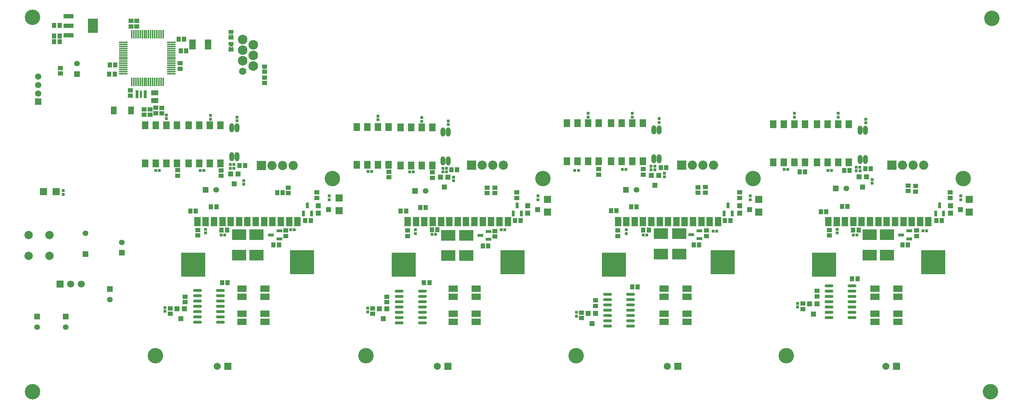
<source format=gts>
G04*
G04 #@! TF.GenerationSoftware,Altium Limited,Altium Designer,22.1.2 (22)*
G04*
G04 Layer_Color=8388736*
%FSLAX44Y44*%
%MOMM*%
G71*
G04*
G04 #@! TF.SameCoordinates,E8DC7784-5412-4491-ADA6-3D39AB0E1C33*
G04*
G04*
G04 #@! TF.FilePolarity,Negative*
G04*
G01*
G75*
%ADD42O,2.1396X0.6756*%
%ADD43R,0.6416X0.6673*%
%ADD44R,1.2032X1.1032*%
%ADD45R,1.3032X1.2032*%
%ADD46R,1.2032X1.3032*%
%ADD47R,1.1032X1.2032*%
%ADD48R,0.6673X0.6416*%
%ADD49R,1.8032X1.7032*%
%ADD50R,1.6266X1.8816*%
%ADD51O,1.1032X2.2032*%
%ADD52R,2.2032X1.6032*%
%ADD53R,3.4532X2.5532*%
%ADD54R,1.3516X0.8016*%
%ADD55R,0.8016X1.3516*%
%ADD56R,1.7032X1.8032*%
%ADD57R,1.2032X0.9532*%
%ADD58R,1.2332X0.9532*%
%ADD59O,2.1016X0.4016*%
%ADD60O,0.4016X2.1016*%
%ADD61R,1.6079X2.4776*%
%ADD62R,1.6732X1.2732*%
%ADD63R,0.7500X1.9000*%
%ADD64R,0.6000X1.7000*%
%ADD65R,1.4516X1.9016*%
%ADD66R,2.3532X1.1032*%
%ADD67R,2.3532X3.4532*%
%ADD68C,2.0000*%
%ADD69C,1.3532*%
%ADD70R,1.3532X1.3532*%
%ADD71C,1.7032*%
%ADD72R,1.7032X1.7032*%
%ADD73R,1.3532X1.3532*%
%ADD74R,1.7000X1.7000*%
%ADD75C,1.7000*%
%ADD76C,1.7272*%
%ADD77C,2.3032*%
%ADD78C,1.5032*%
%ADD79R,1.5032X1.5032*%
%ADD80C,3.7032*%
%ADD81R,5.7192X5.7192*%
%ADD82R,1.6032X2.2032*%
%ADD83C,2.2032*%
%ADD84R,2.2032X2.2032*%
G36*
X509397Y886996D02*
X504317Y890270D01*
X514223D01*
X509397Y886996D01*
D02*
G37*
G36*
X514350Y883704D02*
X504190D01*
Y888708D01*
X509397Y885482D01*
X514350Y888708D01*
Y883704D01*
D02*
G37*
G36*
X509397Y858594D02*
X504317Y861868D01*
X514223D01*
X509397Y858594D01*
D02*
G37*
G36*
X514350Y855302D02*
X504190D01*
Y860306D01*
X509397Y857080D01*
X514350Y860306D01*
Y855302D01*
D02*
G37*
G36*
X589407Y804446D02*
X584327Y807720D01*
X594233D01*
X589407Y804446D01*
D02*
G37*
G36*
X594360Y801154D02*
X584200D01*
Y806158D01*
X589407Y802932D01*
X594360Y806158D01*
Y801154D01*
D02*
G37*
D42*
X1997461Y209550D02*
D03*
Y222250D02*
D03*
Y234950D02*
D03*
Y247650D02*
D03*
Y260350D02*
D03*
Y273050D02*
D03*
Y285750D02*
D03*
X1942079Y209550D02*
D03*
Y222250D02*
D03*
Y234950D02*
D03*
Y247650D02*
D03*
Y260350D02*
D03*
Y273050D02*
D03*
Y285750D02*
D03*
X1466601Y189230D02*
D03*
Y201930D02*
D03*
Y214630D02*
D03*
Y227330D02*
D03*
Y240030D02*
D03*
Y252730D02*
D03*
Y265430D02*
D03*
X1411219Y189230D02*
D03*
Y201930D02*
D03*
Y214630D02*
D03*
Y227330D02*
D03*
Y240030D02*
D03*
Y252730D02*
D03*
Y265430D02*
D03*
X967491Y196850D02*
D03*
Y209550D02*
D03*
Y222250D02*
D03*
Y234950D02*
D03*
Y247650D02*
D03*
Y260350D02*
D03*
Y273050D02*
D03*
X912109Y196850D02*
D03*
Y209550D02*
D03*
Y222250D02*
D03*
Y234950D02*
D03*
Y247650D02*
D03*
Y260350D02*
D03*
Y273050D02*
D03*
X428239Y274320D02*
D03*
Y261620D02*
D03*
Y248920D02*
D03*
Y236220D02*
D03*
Y223520D02*
D03*
Y210820D02*
D03*
Y198120D02*
D03*
X483621Y274320D02*
D03*
Y261620D02*
D03*
Y248920D02*
D03*
Y236220D02*
D03*
Y223520D02*
D03*
Y210820D02*
D03*
Y198120D02*
D03*
D43*
X951230Y410962D02*
D03*
Y419618D02*
D03*
X1456690Y410962D02*
D03*
Y419618D02*
D03*
X1753870Y492242D02*
D03*
Y500898D02*
D03*
X1859280Y699018D02*
D03*
Y690362D02*
D03*
X2030730Y685048D02*
D03*
Y676392D02*
D03*
X1964690Y699018D02*
D03*
Y690362D02*
D03*
X1535430Y686318D02*
D03*
Y677662D02*
D03*
X1470660Y699018D02*
D03*
Y690362D02*
D03*
X1365250Y699018D02*
D03*
Y690362D02*
D03*
X1866930Y234432D02*
D03*
Y243088D02*
D03*
X1962150Y412232D02*
D03*
Y420888D02*
D03*
X2258060Y492242D02*
D03*
Y500898D02*
D03*
X2046000Y531612D02*
D03*
Y540268D02*
D03*
X744220Y492242D02*
D03*
Y500898D02*
D03*
X1548160Y555508D02*
D03*
Y546852D02*
D03*
X1337310Y212842D02*
D03*
Y221498D02*
D03*
X1244600Y492242D02*
D03*
Y500898D02*
D03*
X836960Y223002D02*
D03*
Y231658D02*
D03*
X539750Y529072D02*
D03*
Y537728D02*
D03*
X448310Y412232D02*
D03*
Y420888D02*
D03*
X350520Y224272D02*
D03*
Y232928D02*
D03*
X106680Y513598D02*
D03*
Y504942D02*
D03*
X1042700Y537444D02*
D03*
Y546100D02*
D03*
X861060Y692668D02*
D03*
Y684012D02*
D03*
X966470Y688858D02*
D03*
Y680202D02*
D03*
X1029970Y680720D02*
D03*
Y672064D02*
D03*
X459740Y693938D02*
D03*
Y685282D02*
D03*
X354330Y695208D02*
D03*
Y686552D02*
D03*
X523240Y681472D02*
D03*
Y690128D02*
D03*
D44*
X932180Y404980D02*
D03*
Y417980D02*
D03*
X1436370Y404980D02*
D03*
Y417980D02*
D03*
X1879630Y229720D02*
D03*
Y242720D02*
D03*
X1943100Y406250D02*
D03*
Y419250D02*
D03*
X2152680Y404980D02*
D03*
Y417980D02*
D03*
X2232660Y509420D02*
D03*
Y496420D02*
D03*
X2150140Y524660D02*
D03*
Y511660D02*
D03*
X2132360Y525930D02*
D03*
Y512930D02*
D03*
X646460Y520850D02*
D03*
Y507850D02*
D03*
X1141760Y520850D02*
D03*
Y507850D02*
D03*
X1122680Y520850D02*
D03*
Y507850D02*
D03*
X1645950Y522120D02*
D03*
Y509120D02*
D03*
X1628396Y521750D02*
D03*
Y508750D02*
D03*
X1390650Y552300D02*
D03*
Y565300D02*
D03*
X1497330Y552300D02*
D03*
Y565300D02*
D03*
X1648490Y404980D02*
D03*
Y417980D02*
D03*
X1383030Y237340D02*
D03*
Y250340D02*
D03*
X1348740Y208130D02*
D03*
Y221130D02*
D03*
X1141760Y403710D02*
D03*
Y416710D02*
D03*
X882650Y246230D02*
D03*
Y259230D02*
D03*
X848390Y218290D02*
D03*
Y231290D02*
D03*
X381000Y549760D02*
D03*
Y562760D02*
D03*
X485140Y549610D02*
D03*
Y562610D02*
D03*
X429260Y406250D02*
D03*
Y419250D02*
D03*
X398780Y246230D02*
D03*
Y259230D02*
D03*
X363220Y218290D02*
D03*
Y231290D02*
D03*
X715010Y509420D02*
D03*
Y496420D02*
D03*
X887730Y545800D02*
D03*
Y558800D02*
D03*
X991870Y544680D02*
D03*
Y557680D02*
D03*
X589280Y772010D02*
D03*
Y785010D02*
D03*
X283210Y920900D02*
D03*
Y907900D02*
D03*
X269240Y920900D02*
D03*
Y907900D02*
D03*
X328930Y699620D02*
D03*
Y712620D02*
D03*
X387380Y819450D02*
D03*
Y806450D02*
D03*
X314960Y695660D02*
D03*
Y708660D02*
D03*
X300990Y708810D02*
D03*
Y695810D02*
D03*
X267970Y741530D02*
D03*
Y754530D02*
D03*
X342900Y699470D02*
D03*
Y712470D02*
D03*
X100330Y807870D02*
D03*
Y794870D02*
D03*
X640080Y417980D02*
D03*
Y404980D02*
D03*
X1193800Y496420D02*
D03*
Y509420D02*
D03*
X1728470Y496420D02*
D03*
Y509420D02*
D03*
X1913890Y273200D02*
D03*
Y260200D02*
D03*
D45*
X1914000Y241870D02*
D03*
X1896000D02*
D03*
X1905000Y217870D02*
D03*
X2032140Y546670D02*
D03*
X2014140D02*
D03*
X2023140Y522670D02*
D03*
X1374140Y195010D02*
D03*
X1365140Y219010D02*
D03*
X1383140D02*
D03*
X1525300Y526480D02*
D03*
X1516300Y550480D02*
D03*
X1534300D02*
D03*
X882760Y230440D02*
D03*
X864760D02*
D03*
X873760Y206440D02*
D03*
X1028950Y546100D02*
D03*
X1010950D02*
D03*
X1019950Y522100D02*
D03*
X388620Y206440D02*
D03*
X379620Y230440D02*
D03*
X397620D02*
D03*
X516780Y529720D02*
D03*
X507780Y553720D02*
D03*
X525780D02*
D03*
D46*
X2257360Y468630D02*
D03*
X2233360Y459630D02*
D03*
Y477630D02*
D03*
X1727900D02*
D03*
Y459630D02*
D03*
X1751900Y468630D02*
D03*
X1243900D02*
D03*
X1219900Y459630D02*
D03*
Y477630D02*
D03*
X718250D02*
D03*
Y459630D02*
D03*
X742250Y468630D02*
D03*
D47*
X1871860Y558800D02*
D03*
X1884860D02*
D03*
X1510180Y419100D02*
D03*
X1497180D02*
D03*
X2013100D02*
D03*
X2000100D02*
D03*
X2118240Y383540D02*
D03*
X2131240D02*
D03*
X2199490Y441960D02*
D03*
X2212490D02*
D03*
X2042310Y566420D02*
D03*
X2029310D02*
D03*
X1922660Y463550D02*
D03*
X1935660D02*
D03*
X1973460Y476250D02*
D03*
X1986460D02*
D03*
X1978540Y562610D02*
D03*
X1991540D02*
D03*
X619610Y509270D02*
D03*
X632610D02*
D03*
X1419740Y466090D02*
D03*
X1432740D02*
D03*
X1468000Y474980D02*
D03*
X1481000D02*
D03*
X1705760Y441960D02*
D03*
X1692760D02*
D03*
X1617860Y383540D02*
D03*
X1630860D02*
D03*
X1483510Y283210D02*
D03*
X1470510D02*
D03*
X1202840Y441960D02*
D03*
X1189840D02*
D03*
X1112400Y381000D02*
D03*
X1125400D02*
D03*
X984400Y293370D02*
D03*
X971400D02*
D03*
X1003450Y420370D02*
D03*
X990450D02*
D03*
X542440Y574040D02*
D03*
X529440D02*
D03*
X473860Y474980D02*
D03*
X460860D02*
D03*
X699920Y441960D02*
D03*
X686920D02*
D03*
X610750Y383540D02*
D03*
X623750D02*
D03*
X499260Y419100D02*
D03*
X486260D02*
D03*
X500530Y293370D02*
D03*
X487530D02*
D03*
X915550Y464820D02*
D03*
X928550D02*
D03*
X962690Y473710D02*
D03*
X975690D02*
D03*
X1050440Y563880D02*
D03*
X1037440D02*
D03*
X396390Y877570D02*
D03*
X383390D02*
D03*
X388470Y849630D02*
D03*
X401470D02*
D03*
X231290Y815340D02*
D03*
X218290D02*
D03*
X217020Y793750D02*
D03*
X230020D02*
D03*
X84940Y910590D02*
D03*
X97940D02*
D03*
X84940Y885190D02*
D03*
X97940D02*
D03*
X84940Y871220D02*
D03*
X97940D02*
D03*
X424180Y464820D02*
D03*
X411180D02*
D03*
X1539120Y568960D02*
D03*
X1552120D02*
D03*
X1997590Y302260D02*
D03*
X2010590D02*
D03*
D48*
X1834632Y565150D02*
D03*
X1843288D02*
D03*
X1496812Y407670D02*
D03*
X1505468D02*
D03*
X2001002D02*
D03*
X2009658D02*
D03*
X2167402Y417830D02*
D03*
X2176058D02*
D03*
X1940042Y562610D02*
D03*
X1948698D02*
D03*
X1341668D02*
D03*
X1333012D02*
D03*
X1447282Y565150D02*
D03*
X1455938D02*
D03*
X1664452Y416560D02*
D03*
X1673108D02*
D03*
X1156482Y420370D02*
D03*
X1165138D02*
D03*
X990834Y408940D02*
D03*
X999490D02*
D03*
X328412Y562610D02*
D03*
X337068D02*
D03*
X435092D02*
D03*
X443748D02*
D03*
X652262Y420370D02*
D03*
X660918D02*
D03*
X485140Y407670D02*
D03*
X493796D02*
D03*
X837682Y560070D02*
D03*
X846338D02*
D03*
X937260Y558800D02*
D03*
X945916D02*
D03*
X1016782D02*
D03*
X1025438D02*
D03*
X516138Y576580D02*
D03*
X507482D02*
D03*
X516138Y567690D02*
D03*
X507482D02*
D03*
X1025438D02*
D03*
X1016782D02*
D03*
X1524548Y572770D02*
D03*
X1515892D02*
D03*
X1524548Y563880D02*
D03*
X1515892D02*
D03*
X2016038Y570230D02*
D03*
X2007382D02*
D03*
X2016556Y561340D02*
D03*
X2007900D02*
D03*
D49*
X1774190Y462280D02*
D03*
Y492760D02*
D03*
X2278380Y462280D02*
D03*
Y492760D02*
D03*
X768350Y466090D02*
D03*
Y496570D02*
D03*
X1267460Y462280D02*
D03*
Y492760D02*
D03*
D50*
X1990090Y672831D02*
D03*
X1964690D02*
D03*
X1939290D02*
D03*
X1913890D02*
D03*
X1990090Y581929D02*
D03*
X1964690D02*
D03*
X1939290D02*
D03*
X1913890D02*
D03*
X1808480D02*
D03*
X1833880D02*
D03*
X1859280D02*
D03*
X1884680D02*
D03*
X1808480Y672831D02*
D03*
X1833880D02*
D03*
X1859280D02*
D03*
X1884680D02*
D03*
X1496060Y675371D02*
D03*
X1470660D02*
D03*
X1445260D02*
D03*
X1419860D02*
D03*
X1496060Y584469D02*
D03*
X1470660D02*
D03*
X1445260D02*
D03*
X1419860D02*
D03*
X991870Y665211D02*
D03*
X966470D02*
D03*
X941070D02*
D03*
X915670D02*
D03*
X991870Y574309D02*
D03*
X966470D02*
D03*
X941070D02*
D03*
X915670D02*
D03*
X886460Y666481D02*
D03*
X861060D02*
D03*
X835660D02*
D03*
X810260D02*
D03*
X886460Y575579D02*
D03*
X861060D02*
D03*
X835660D02*
D03*
X810260D02*
D03*
X483870Y670291D02*
D03*
X458470D02*
D03*
X433070D02*
D03*
X407670D02*
D03*
X483870Y579389D02*
D03*
X458470D02*
D03*
X433070D02*
D03*
X407670D02*
D03*
X379730Y670291D02*
D03*
X354330D02*
D03*
X328930D02*
D03*
X303530D02*
D03*
X379730Y579389D02*
D03*
X354330D02*
D03*
X328930D02*
D03*
X303530D02*
D03*
X1314450Y584469D02*
D03*
X1339850D02*
D03*
X1365250D02*
D03*
X1390650D02*
D03*
X1314450Y675371D02*
D03*
X1339850D02*
D03*
X1365250D02*
D03*
X1390650D02*
D03*
D51*
X1535430Y589840D02*
D03*
X1522730D02*
D03*
Y659840D02*
D03*
X1535430D02*
D03*
X1029970Y584760D02*
D03*
X1017270D02*
D03*
Y654760D02*
D03*
X1029970D02*
D03*
X523240Y594920D02*
D03*
X510540D02*
D03*
Y664920D02*
D03*
X523240D02*
D03*
X2029460Y658570D02*
D03*
X2016760D02*
D03*
Y588570D02*
D03*
X2029460D02*
D03*
D52*
X2052760Y278760D02*
D03*
Y258760D02*
D03*
Y218760D02*
D03*
Y198760D02*
D03*
X2107759D02*
D03*
Y218760D02*
D03*
Y258760D02*
D03*
Y278760D02*
D03*
X1602299D02*
D03*
Y258760D02*
D03*
Y218760D02*
D03*
Y198760D02*
D03*
X1547300D02*
D03*
Y218760D02*
D03*
Y258760D02*
D03*
Y278760D02*
D03*
X1041400D02*
D03*
Y258760D02*
D03*
Y218760D02*
D03*
Y198760D02*
D03*
X1096399D02*
D03*
Y218760D02*
D03*
Y258760D02*
D03*
Y278760D02*
D03*
X590109D02*
D03*
Y258760D02*
D03*
Y218760D02*
D03*
Y198760D02*
D03*
X535110D02*
D03*
Y218760D02*
D03*
Y258760D02*
D03*
Y278760D02*
D03*
D53*
X2039620Y407790D02*
D03*
Y359290D02*
D03*
X2081530Y407790D02*
D03*
Y359290D02*
D03*
X1583690Y410330D02*
D03*
Y361830D02*
D03*
X1539240Y410330D02*
D03*
Y361830D02*
D03*
X1073150Y406520D02*
D03*
Y358020D02*
D03*
X1029970Y406520D02*
D03*
Y358020D02*
D03*
X570230Y407790D02*
D03*
Y359290D02*
D03*
X528320Y407790D02*
D03*
Y359290D02*
D03*
D54*
X2114740Y407670D02*
D03*
X2134740Y417170D02*
D03*
Y398170D02*
D03*
X1106330Y406400D02*
D03*
X1126330Y415900D02*
D03*
Y396900D02*
D03*
X604680Y407670D02*
D03*
X624680Y417170D02*
D03*
Y398170D02*
D03*
X1631980Y398780D02*
D03*
Y417779D02*
D03*
X1611980Y408280D02*
D03*
D55*
X2197760Y458630D02*
D03*
X2216760D02*
D03*
X2207260Y478629D02*
D03*
X1185570Y458630D02*
D03*
X1204570D02*
D03*
X1195070Y478629D02*
D03*
X682650Y458630D02*
D03*
X701650D02*
D03*
X692150Y478629D02*
D03*
X1700530D02*
D03*
X1710030Y458630D02*
D03*
X1691030D02*
D03*
D56*
X59690Y511810D02*
D03*
X90170D02*
D03*
D57*
X589280Y812038D02*
D03*
X509270Y866186D02*
D03*
Y894588D02*
D03*
D58*
X589280Y798022D02*
D03*
X509270Y852170D02*
D03*
Y880572D02*
D03*
D59*
X251111Y794349D02*
D03*
Y799351D02*
D03*
Y804349D02*
D03*
Y809351D02*
D03*
Y814349D02*
D03*
Y819351D02*
D03*
Y824349D02*
D03*
Y829351D02*
D03*
Y834349D02*
D03*
Y839351D02*
D03*
Y844349D02*
D03*
Y849351D02*
D03*
Y854349D02*
D03*
Y859351D02*
D03*
Y864349D02*
D03*
Y869351D02*
D03*
X366109D02*
D03*
Y864349D02*
D03*
Y859351D02*
D03*
Y854349D02*
D03*
Y849351D02*
D03*
Y844349D02*
D03*
Y839351D02*
D03*
Y834349D02*
D03*
Y829351D02*
D03*
Y824349D02*
D03*
Y819351D02*
D03*
Y814349D02*
D03*
Y809351D02*
D03*
Y804349D02*
D03*
Y799351D02*
D03*
Y794349D02*
D03*
D60*
X271109Y889349D02*
D03*
X276111D02*
D03*
X281109D02*
D03*
X286111D02*
D03*
X291109D02*
D03*
X296111D02*
D03*
X301109D02*
D03*
X306111D02*
D03*
X311109D02*
D03*
X316111D02*
D03*
X321109D02*
D03*
X326110D02*
D03*
X331109D02*
D03*
X336110D02*
D03*
X341109D02*
D03*
X346110D02*
D03*
Y774351D02*
D03*
X341109D02*
D03*
X336110D02*
D03*
X331109D02*
D03*
X326110D02*
D03*
X321109D02*
D03*
X316111D02*
D03*
X311109D02*
D03*
X306111D02*
D03*
X301109D02*
D03*
X296111D02*
D03*
X291109D02*
D03*
X286111D02*
D03*
X281109D02*
D03*
X276111D02*
D03*
X271109D02*
D03*
D61*
X417005Y864870D02*
D03*
X454216D02*
D03*
D62*
X326390Y748340D02*
D03*
Y729940D02*
D03*
D63*
X283870Y745490D02*
D03*
X302870D02*
D03*
D64*
X293370D02*
D03*
D65*
X228170Y706120D02*
D03*
X269670D02*
D03*
D66*
X119290Y932220D02*
D03*
Y909320D02*
D03*
Y886420D02*
D03*
D67*
X177890Y909320D02*
D03*
D68*
X23690Y357670D02*
D03*
Y407670D02*
D03*
X73690Y357670D02*
D03*
Y407670D02*
D03*
D69*
X1983770Y519430D02*
D03*
X1480850Y515620D02*
D03*
X473310D02*
D03*
X44450Y186690D02*
D03*
X113030D02*
D03*
X160050Y411480D02*
D03*
X247680Y389890D02*
D03*
X218440Y252730D02*
D03*
X975360Y513080D02*
D03*
X139700Y818750D02*
D03*
D70*
X1958770Y519430D02*
D03*
X1455850Y515620D02*
D03*
X448310D02*
D03*
X950360Y513080D02*
D03*
D71*
X476280Y92710D02*
D03*
X2079020D02*
D03*
X1554510D02*
D03*
X1003330D02*
D03*
D72*
X501680D02*
D03*
X2104420D02*
D03*
X1579910D02*
D03*
X1028730D02*
D03*
D73*
X44450Y211690D02*
D03*
X113030D02*
D03*
X160050Y361480D02*
D03*
X247680Y364890D02*
D03*
X218440Y277730D02*
D03*
X139700Y793750D02*
D03*
D74*
X99060Y289560D02*
D03*
D75*
X124460D02*
D03*
X149860D02*
D03*
D76*
X537210Y800500D02*
D03*
D77*
X562610Y863600D02*
D03*
Y838200D02*
D03*
X537210Y876300D02*
D03*
Y850900D02*
D03*
Y825500D02*
D03*
X562610Y812800D02*
D03*
D78*
X46990Y787080D02*
D03*
Y767080D02*
D03*
Y747080D02*
D03*
D79*
Y727080D02*
D03*
D80*
X2329180Y31750D02*
D03*
X33020D02*
D03*
Y929640D02*
D03*
X2332990Y927100D02*
D03*
X752158Y542386D02*
D03*
X327894Y118122D02*
D03*
X1256258Y542386D02*
D03*
X831993Y118122D02*
D03*
X1760357Y542386D02*
D03*
X1336093Y118122D02*
D03*
X2264456Y542386D02*
D03*
X1840192Y118122D02*
D03*
D81*
X418592Y336420D02*
D03*
X679450Y341960D02*
D03*
X922691Y336420D02*
D03*
X1183549Y341960D02*
D03*
X1426791Y336420D02*
D03*
X1687649Y341960D02*
D03*
X1930890Y336420D02*
D03*
X2191748Y341960D02*
D03*
D82*
X428292Y439420D02*
D03*
X448292D02*
D03*
X468292D02*
D03*
X488292D02*
D03*
X508292D02*
D03*
X528292D02*
D03*
X548292D02*
D03*
X568292D02*
D03*
X588292D02*
D03*
X608292D02*
D03*
X628292D02*
D03*
X648292D02*
D03*
X668292D02*
D03*
X932391D02*
D03*
X952391D02*
D03*
X972391D02*
D03*
X992391D02*
D03*
X1012391D02*
D03*
X1032391D02*
D03*
X1052391D02*
D03*
X1072391D02*
D03*
X1092391D02*
D03*
X1112391D02*
D03*
X1132391D02*
D03*
X1152391D02*
D03*
X1172391D02*
D03*
X1436491D02*
D03*
X1456491D02*
D03*
X1476491D02*
D03*
X1496491D02*
D03*
X1516491D02*
D03*
X1536491D02*
D03*
X1556491D02*
D03*
X1576491D02*
D03*
X1596491D02*
D03*
X1616491D02*
D03*
X1636491D02*
D03*
X1656491D02*
D03*
X1676491D02*
D03*
X1940590D02*
D03*
X1960590D02*
D03*
X1980590D02*
D03*
X2000590D02*
D03*
X2020590D02*
D03*
X2040590D02*
D03*
X2060590D02*
D03*
X2080590D02*
D03*
X2100590D02*
D03*
X2120590D02*
D03*
X2140590D02*
D03*
X2160590D02*
D03*
X2180590D02*
D03*
D83*
X2169670Y574520D02*
D03*
X2144270D02*
D03*
X2118870D02*
D03*
X607060Y574040D02*
D03*
X632460D02*
D03*
X657860D02*
D03*
X1110671Y574520D02*
D03*
X1136071D02*
D03*
X1161471D02*
D03*
X1614771D02*
D03*
X1640171D02*
D03*
X1665571D02*
D03*
D84*
X2093470D02*
D03*
X581660Y574040D02*
D03*
X1085271Y574520D02*
D03*
X1589371D02*
D03*
M02*

</source>
